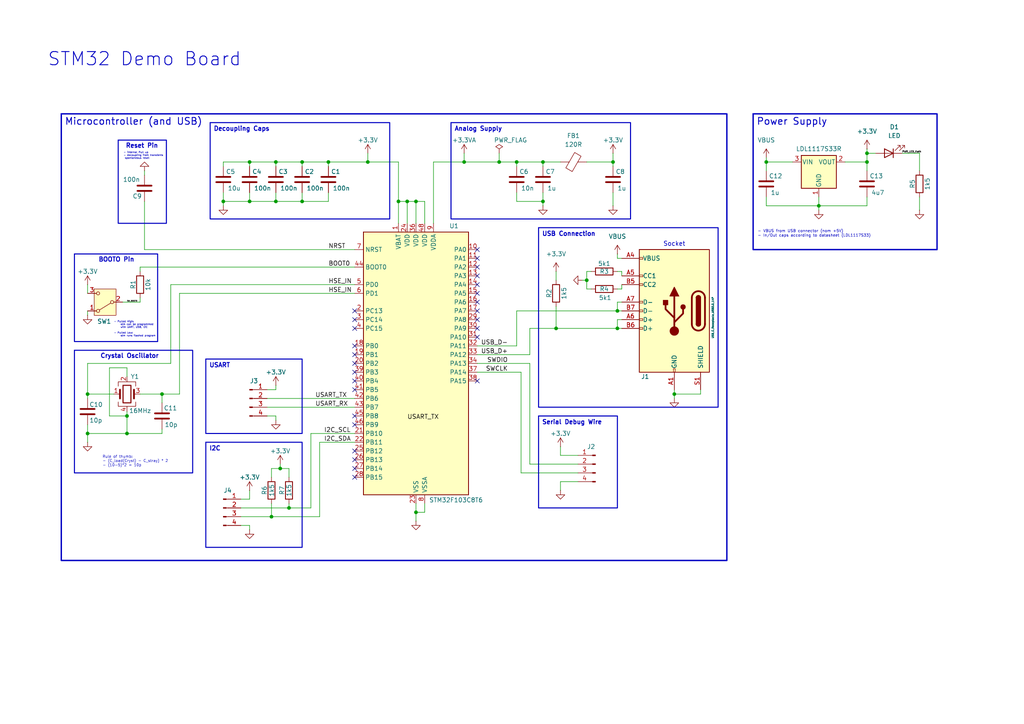
<source format=kicad_sch>
(kicad_sch (version 20250114) (generator "eeschema") (generator_version "9.0")
  (paper "A4")
  (title_block (title "STM32_DEV_BOARD") (date "2025-03-30") (rev "Rev1") (comment 1 "Lukas Eppacher"))
  (lib_symbols
    (symbol "Connector:Conn_01x04_Pin" (pin_names (offset 1.016) (hide yes))
      (property "Reference" "J" (at 0 5.08 0))
      (property "Value" "Conn_01x04_Pin" (at 0 -7.62 0))
      (symbol "Conn_01x04_Pin_1_1"
        (rectangle (start 0.8636 2.667) (end 0 2.413) (stroke (width 0.1524)) (fill (type outline)))
        (rectangle (start 0.8636 0.127) (end 0 -0.127) (stroke (width 0.1524)) (fill (type outline)))
        (rectangle (start 0.8636 -2.413) (end 0 -2.667) (stroke (width 0.1524)) (fill (type outline)))
        (rectangle (start 0.8636 -4.953) (end 0 -5.207) (stroke (width 0.1524)) (fill (type outline)))
        (polyline (pts (xy 1.27 2.54) (xy 0.8636 2.54)) (stroke (width 0.1524)))
        (polyline (pts (xy 1.27 0) (xy 0.8636 0)) (stroke (width 0.1524)))
        (polyline (pts (xy 1.27 -2.54) (xy 0.8636 -2.54)) (stroke (width 0.1524)))
        (polyline (pts (xy 1.27 -5.08) (xy 0.8636 -5.08)) (stroke (width 0.1524)))
        (pin passive line (at 5.08 2.54 180) (length 3.81) (name "Pin_1") (number "1"))
        (pin passive line (at 5.08 0 180) (length 3.81) (name "Pin_2") (number "2"))
        (pin passive line (at 5.08 -2.54 180) (length 3.81) (name "Pin_3") (number "3"))
        (pin passive line (at 5.08 -5.08 180) (length 3.81) (name "Pin_4") (number "4"))
      )
    )
    (symbol "Connector:USB_C_Receptacle_USB2.0_14P" (pin_names (offset 1.016))
      (property "Reference" "J" (at 0 22.225 0))
      (property "Value" "USB_C_Receptacle_USB2.0_14P" (at 0 19.685 0))
      (symbol "USB_C_Receptacle_USB2.0_14P_0_0"
        (rectangle (start -0.254 -17.78) (end 0.254 -16.764))
        (rectangle (start 10.16 15.494) (end 9.144 14.986))
        (rectangle (start 10.16 10.414) (end 9.144 9.906))
        (rectangle (start 10.16 7.874) (end 9.144 7.366))
        (rectangle (start 10.16 2.794) (end 9.144 2.286))
        (rectangle (start 10.16 0.254) (end 9.144 -0.254))
        (rectangle (start 10.16 -2.286) (end 9.144 -2.794))
        (rectangle (start 10.16 -4.826) (end 9.144 -5.334))
      )
      (symbol "USB_C_Receptacle_USB2.0_14P_0_1"
        (rectangle (start -10.16 17.78) (end 10.16 -17.78) (stroke (width 0.254)) (fill (type background)))
        (polyline (pts (xy -8.89 -3.81) (xy -8.89 3.81)) (stroke (width 0.508)))
        (rectangle (start -7.62 -3.81) (end -6.35 3.81) (stroke (width 0.254)) (fill (type outline)))
        (arc (start -7.62 3.81) (mid -6.985 4.4423) (end -6.35 3.81) (stroke (width 0.254)))
        (arc (start -7.62 3.81) (mid -6.985 4.4423) (end -6.35 3.81) (stroke (width 0.254)) (fill (type outline)))
        (arc (start -8.89 3.81) (mid -6.985 5.7067) (end -5.08 3.81) (stroke (width 0.508)))
        (arc (start -5.08 -3.81) (mid -6.985 -5.7067) (end -8.89 -3.81) (stroke (width 0.508)))
        (arc (start -6.35 -3.81) (mid -6.985 -4.4423) (end -7.62 -3.81) (stroke (width 0.254)))
        (arc (start -6.35 -3.81) (mid -6.985 -4.4423) (end -7.62 -3.81) (stroke (width 0.254)) (fill (type outline)))
        (polyline (pts (xy -5.08 3.81) (xy -5.08 -3.81)) (stroke (width 0.508)))
        (circle (center -2.54 1.143) (radius 0.635) (stroke (width 0.254)) (fill (type outline)))
        (polyline (pts (xy -1.27 4.318) (xy 0 6.858) (xy 1.27 4.318) (xy -1.27 4.318)) (stroke (width 0.254)) (fill (type outline)))
        (polyline (pts (xy 0 -2.032) (xy 2.54 0.508) (xy 2.54 1.778)) (stroke (width 0.508)))
        (polyline (pts (xy 0 -3.302) (xy -2.54 -0.762) (xy -2.54 0.508)) (stroke (width 0.508)))
        (polyline (pts (xy 0 -5.842) (xy 0 4.318)) (stroke (width 0.508)))
        (circle (center 0 -5.842) (radius 1.27) (fill (type outline)))
        (rectangle (start 1.905 1.778) (end 3.175 3.048) (stroke (width 0.254)) (fill (type outline)))
      )
      (symbol "USB_C_Receptacle_USB2.0_14P_1_1"
        (pin passive line (at -7.62 -22.86 90) (length 5.08) (name "SHIELD") (number "S1"))
        (pin passive line (at 0 -22.86 90) (length 5.08) (name "GND") (number "A1"))
        (pin passive line (at 0 -22.86 90) (length 5.08) (hide yes) (name "GND") (number "A12"))
        (pin passive line (at 0 -22.86 90) (length 5.08) (hide yes) (name "GND") (number "B1"))
        (pin passive line (at 0 -22.86 90) (length 5.08) (hide yes) (name "GND") (number "B12"))
        (pin passive line (at 15.24 15.24 180) (length 5.08) (name "VBUS") (number "A4"))
        (pin passive line (at 15.24 15.24 180) (length 5.08) (hide yes) (name "VBUS") (number "A9"))
        (pin passive line (at 15.24 15.24 180) (length 5.08) (hide yes) (name "VBUS") (number "B4"))
        (pin passive line (at 15.24 15.24 180) (length 5.08) (hide yes) (name "VBUS") (number "B9"))
        (pin bidirectional line (at 15.24 10.16 180) (length 5.08) (name "CC1") (number "A5"))
        (pin bidirectional line (at 15.24 7.62 180) (length 5.08) (name "CC2") (number "B5"))
        (pin bidirectional line (at 15.24 2.54 180) (length 5.08) (name "D-") (number "A7"))
        (pin bidirectional line (at 15.24 0 180) (length 5.08) (name "D-") (number "B7"))
        (pin bidirectional line (at 15.24 -2.54 180) (length 5.08) (name "D+") (number "A6"))
        (pin bidirectional line (at 15.24 -5.08 180) (length 5.08) (name "D+") (number "B6"))
      )
    )
    (symbol "Device:C" (pin_numbers (hide yes)) (pin_names (offset 0.254))
      (property "Reference" "C" (at 0.635 2.54 0))
      (property "Value" "C" (at 0.635 -2.54 0))
      (symbol "C_0_1"
        (polyline (pts (xy -2.032 0.762) (xy 2.032 0.762)) (stroke (width 0.508)))
        (polyline (pts (xy -2.032 -0.762) (xy 2.032 -0.762)) (stroke (width 0.508)))
      )
      (symbol "C_1_1"
        (pin passive line (at 0 3.81 270) (length 2.794) (name "~") (number "1"))
        (pin passive line (at 0 -3.81 90) (length 2.794) (name "~") (number "2"))
      )
    )
    (symbol "Device:Crystal_GND24" (pin_names (offset 1.016) (hide yes))
      (property "Reference" "Y" (at 3.175 5.08 0))
      (property "Value" "Crystal_GND24" (at 3.175 3.175 0))
      (symbol "Crystal_GND24_0_1"
        (polyline (pts (xy -2.54 2.286) (xy -2.54 3.556) (xy 2.54 3.556) (xy 2.54 2.286)))
        (polyline (pts (xy -2.54 0) (xy -2.032 0)))
        (polyline (pts (xy -2.54 -2.286) (xy -2.54 -3.556) (xy 2.54 -3.556) (xy 2.54 -2.286)))
        (polyline (pts (xy -2.032 -1.27) (xy -2.032 1.27)) (stroke (width 0.508)))
        (rectangle (start -1.143 2.54) (end 1.143 -2.54) (stroke (width 0.3048)))
        (polyline (pts (xy 0 3.556) (xy 0 3.81)))
        (polyline (pts (xy 0 -3.81) (xy 0 -3.556)))
        (polyline (pts (xy 2.032 0) (xy 2.54 0)))
        (polyline (pts (xy 2.032 -1.27) (xy 2.032 1.27)) (stroke (width 0.508)))
      )
      (symbol "Crystal_GND24_1_1"
        (pin passive line (at -3.81 0 0) (length 1.27) (name "1") (number "1"))
        (pin passive line (at 0 5.08 270) (length 1.27) (name "2") (number "2"))
        (pin passive line (at 0 -5.08 90) (length 1.27) (name "4") (number "4"))
        (pin passive line (at 3.81 0 180) (length 1.27) (name "3") (number "3"))
      )
    )
    (symbol "Device:FerriteBead" (pin_numbers (hide yes)) (pin_names (offset 0))
      (property "Reference" "FB" (at -3.81 0.635 90))
      (property "Value" "FerriteBead" (at 3.81 0 90))
      (symbol "FerriteBead_0_1"
        (polyline (pts (xy -2.7686 0.4064) (xy -1.7018 2.2606) (xy 2.7686 -0.3048) (xy 1.6764 -2.159) (xy -2.7686 0.4064)))
        (polyline (pts (xy 0 1.27) (xy 0 1.2954)))
        (polyline (pts (xy 0 -1.27) (xy 0 -1.2192)))
      )
      (symbol "FerriteBead_1_1"
        (pin passive line (at 0 3.81 270) (length 2.54) (name "~") (number "1"))
        (pin passive line (at 0 -3.81 90) (length 2.54) (name "~") (number "2"))
      )
    )
    (symbol "Device:LED" (pin_numbers (hide yes)) (pin_names (offset 1.016) (hide yes))
      (property "Reference" "D" (at 0 2.54 0))
      (property "Value" "LED" (at 0 -2.54 0))
      (symbol "LED_0_1"
        (polyline (pts (xy -3.048 -0.762) (xy -4.572 -2.286) (xy -3.81 -2.286) (xy -4.572 -2.286) (xy -4.572 -1.524)))
        (polyline (pts (xy -1.778 -0.762) (xy -3.302 -2.286) (xy -2.54 -2.286) (xy -3.302 -2.286) (xy -3.302 -1.524)))
        (polyline (pts (xy -1.27 0) (xy 1.27 0)))
        (polyline (pts (xy -1.27 -1.27) (xy -1.27 1.27)) (stroke (width 0.254)))
        (polyline (pts (xy 1.27 -1.27) (xy 1.27 1.27) (xy -1.27 0) (xy 1.27 -1.27)) (stroke (width 0.254)))
      )
      (symbol "LED_1_1"
        (pin passive line (at -3.81 0 0) (length 2.54) (name "K") (number "1"))
        (pin passive line (at 3.81 0 180) (length 2.54) (name "A") (number "2"))
      )
    )
    (symbol "Device:R" (pin_numbers (hide yes)) (pin_names (offset 0))
      (property "Reference" "R" (at 2.032 0 90))
      (property "Value" "R" (at 0 0 90))
      (symbol "R_0_1"
        (rectangle (start -1.016 -2.54) (end 1.016 2.54) (stroke (width 0.254)))
      )
      (symbol "R_1_1"
        (pin passive line (at 0 3.81 270) (length 1.27) (name "~") (number "1"))
        (pin passive line (at 0 -3.81 90) (length 1.27) (name "~") (number "2"))
      )
    )
    (symbol "MCU_ST_STM32F1:STM32F103C8Tx"
      (property "Reference" "U" (at -15.24 39.37 0))
      (property "Value" "STM32F103C8Tx" (at 7.62 39.37 0))
      (symbol "STM32F103C8Tx_0_1"
        (rectangle (start -15.24 -38.1) (end 15.24 38.1) (stroke (width 0.254)) (fill (type background)))
      )
      (symbol "STM32F103C8Tx_1_1"
        (pin input line (at -17.78 33.02 0) (length 2.54) (name "NRST") (number "7"))
        (pin input line (at -17.78 27.94 0) (length 2.54) (name "BOOT0") (number "44"))
        (pin bidirectional line (at -17.78 22.86 0) (length 2.54) (name "PD0") (number "5"))
        (pin bidirectional line (at -17.78 20.32 0) (length 2.54) (name "PD1") (number "6"))
        (pin bidirectional line (at -17.78 15.24 0) (length 2.54) (name "PC13") (number "2"))
        (pin bidirectional line (at -17.78 12.7 0) (length 2.54) (name "PC14") (number "3"))
        (pin bidirectional line (at -17.78 10.16 0) (length 2.54) (name "PC15") (number "4"))
        (pin bidirectional line (at -17.78 5.08 0) (length 2.54) (name "PB0") (number "18"))
        (pin bidirectional line (at -17.78 2.54 0) (length 2.54) (name "PB1") (number "19"))
        (pin bidirectional line (at -17.78 0 0) (length 2.54) (name "PB2") (number "20"))
        (pin bidirectional line (at -17.78 -2.54 0) (length 2.54) (name "PB3") (number "39"))
        (pin bidirectional line (at -17.78 -5.08 0) (length 2.54) (name "PB4") (number "40"))
        (pin bidirectional line (at -17.78 -7.62 0) (length 2.54) (name "PB5") (number "41"))
        (pin bidirectional line (at -17.78 -10.16 0) (length 2.54) (name "PB6") (number "42"))
        (pin bidirectional line (at -17.78 -12.7 0) (length 2.54) (name "PB7") (number "43"))
        (pin bidirectional line (at -17.78 -15.24 0) (length 2.54) (name "PB8") (number "45"))
        (pin bidirectional line (at -17.78 -17.78 0) (length 2.54) (name "PB9") (number "46"))
        (pin bidirectional line (at -17.78 -20.32 0) (length 2.54) (name "PB10") (number "21"))
        (pin bidirectional line (at -17.78 -22.86 0) (length 2.54) (name "PB11") (number "22"))
        (pin bidirectional line (at -17.78 -25.4 0) (length 2.54) (name "PB12") (number "25"))
        (pin bidirectional line (at -17.78 -27.94 0) (length 2.54) (name "PB13") (number "26"))
        (pin bidirectional line (at -17.78 -30.48 0) (length 2.54) (name "PB14") (number "27"))
        (pin bidirectional line (at -17.78 -33.02 0) (length 2.54) (name "PB15") (number "28"))
        (pin power_in line (at -5.08 40.64 270) (length 2.54) (name "VBAT") (number "1"))
        (pin power_in line (at -2.54 40.64 270) (length 2.54) (name "VDD") (number "24"))
        (pin power_in line (at 0 40.64 270) (length 2.54) (name "VDD") (number "36"))
        (pin power_in line (at 0 -40.64 90) (length 2.54) (name "VSS") (number "23"))
        (pin passive line (at 0 -40.64 90) (length 2.54) (hide yes) (name "VSS") (number "35"))
        (pin passive line (at 0 -40.64 90) (length 2.54) (hide yes) (name "VSS") (number "47"))
        (pin power_in line (at 2.54 40.64 270) (length 2.54) (name "VDD") (number "48"))
        (pin power_in line (at 2.54 -40.64 90) (length 2.54) (name "VSSA") (number "8"))
        (pin power_in line (at 5.08 40.64 270) (length 2.54) (name "VDDA") (number "9"))
        (pin bidirectional line (at 17.78 33.02 180) (length 2.54) (name "PA0") (number "10"))
        (pin bidirectional line (at 17.78 30.48 180) (length 2.54) (name "PA1") (number "11"))
        (pin bidirectional line (at 17.78 27.94 180) (length 2.54) (name "PA2") (number "12"))
        (pin bidirectional line (at 17.78 25.4 180) (length 2.54) (name "PA3") (number "13"))
        (pin bidirectional line (at 17.78 22.86 180) (length 2.54) (name "PA4") (number "14"))
        (pin bidirectional line (at 17.78 20.32 180) (length 2.54) (name "PA5") (number "15"))
        (pin bidirectional line (at 17.78 17.78 180) (length 2.54) (name "PA6") (number "16"))
        (pin bidirectional line (at 17.78 15.24 180) (length 2.54) (name "PA7") (number "17"))
        (pin bidirectional line (at 17.78 12.7 180) (length 2.54) (name "PA8") (number "29"))
        (pin bidirectional line (at 17.78 10.16 180) (length 2.54) (name "PA9") (number "30"))
        (pin bidirectional line (at 17.78 7.62 180) (length 2.54) (name "PA10") (number "31"))
        (pin bidirectional line (at 17.78 5.08 180) (length 2.54) (name "PA11") (number "32"))
        (pin bidirectional line (at 17.78 2.54 180) (length 2.54) (name "PA12") (number "33"))
        (pin bidirectional line (at 17.78 0 180) (length 2.54) (name "PA13") (number "34"))
        (pin bidirectional line (at 17.78 -2.54 180) (length 2.54) (name "PA14") (number "37"))
        (pin bidirectional line (at 17.78 -5.08 180) (length 2.54) (name "PA15") (number "38"))
      )
    )
    (symbol "Switch:SW_SPDT" (pin_names (offset 0) (hide yes))
      (property "Reference" "SW" (at 0 5.08 0))
      (property "Value" "SW_SPDT" (at 0 -5.08 0))
      (symbol "SW_SPDT_0_1"
        (circle (center -2.032 0) (radius 0.4572))
        (polyline (pts (xy -1.651 0.254) (xy 1.651 2.286)))
        (circle (center 2.032 2.54) (radius 0.4572))
        (circle (center 2.032 -2.54) (radius 0.4572))
      )
      (symbol "SW_SPDT_1_1"
        (rectangle (start -3.175 3.81) (end 3.175 -3.81) (fill (type background)))
        (pin passive line (at -5.08 0 0) (length 2.54) (name "B") (number "2"))
        (pin passive line (at 5.08 2.54 180) (length 2.54) (name "A") (number "1"))
        (pin passive line (at 5.08 -2.54 180) (length 2.54) (name "C") (number "3"))
      )
    )
    (symbol "ctm:LDL1117S33R" (pin_names (offset 0.254))
      (property "Reference" "U" (at -5.08 5.715 0))
      (property "Value" "LDL1117S33R" (at 0 5.715 0))
      (symbol "LDL1117S33R_0_1"
        (rectangle (start -5.08 4.445) (end 5.08 -5.08) (stroke (width 0.254)) (fill (type background)))
      )
      (symbol "LDL1117S33R_1_1"
        (pin power_in line (at -7.62 2.54 0) (length 2.54) (name "VIN") (number "3"))
        (pin power_in line (at 0 -7.62 90) (length 2.54) (name "GND") (number "1"))
        (pin power_out line (at 7.62 2.54 180) (length 2.54) (name "VOUT") (number "2"))
      )
    )
    (symbol "power:+3.3V" (power) (pin_numbers (hide yes)) (pin_names (offset 0) (hide yes))
      (property "Value" "+3.3V" (at 0 3.556 0))
      (symbol "+3.3V_0_1"
        (polyline (pts (xy -0.762 1.27) (xy 0 2.54)))
        (polyline (pts (xy 0 2.54) (xy 0.762 1.27)))
        (polyline (pts (xy 0 0) (xy 0 2.54)))
      )
      (symbol "+3.3V_1_1"
        (pin power_in line (at 0 0 90) (length 0) (name "~") (number "1"))
      )
    )
    (symbol "power:+3.3VA" (power) (pin_numbers (hide yes)) (pin_names (offset 0) (hide yes))
      (property "Value" "+3.3VA" (at 0 3.556 0))
      (symbol "+3.3VA_0_1"
        (polyline (pts (xy -0.762 1.27) (xy 0 2.54)))
        (polyline (pts (xy 0 2.54) (xy 0.762 1.27)))
        (polyline (pts (xy 0 0) (xy 0 2.54)))
      )
      (symbol "+3.3VA_1_1"
        (pin power_in line (at 0 0 90) (length 0) (name "~") (number "1"))
      )
    )
    (symbol "power:GND" (power) (pin_numbers (hide yes)) (pin_names (offset 0) (hide yes))
      (property "Value" "GND" (at 0 -3.81 0))
      (symbol "GND_0_1"
        (polyline (pts (xy 0 0) (xy 0 -1.27) (xy 1.27 -1.27) (xy 0 -2.54) (xy -1.27 -1.27) (xy 0 -1.27)))
      )
      (symbol "GND_1_1"
        (pin power_in line (at 0 0 270) (length 0) (name "~") (number "1"))
      )
    )
    (symbol "power:PWR_FLAG" (power) (pin_numbers (hide yes)) (pin_names (offset 0) (hide yes))
      (property "Value" "PWR_FLAG" (at 0 3.81 0))
      (symbol "PWR_FLAG_0_0"
        (pin power_out line (at 0 0 90) (length 0) (name "~") (number "1"))
      )
      (symbol "PWR_FLAG_0_1"
        (polyline (pts (xy 0 0) (xy 0 1.27) (xy -1.016 1.905) (xy 0 2.54) (xy 1.016 1.905) (xy 0 1.27)))
      )
    )
    (symbol "power:VBUS" (power) (pin_numbers (hide yes)) (pin_names (offset 0) (hide yes))
      (property "Value" "VBUS" (at 0 3.556 0))
      (symbol "VBUS_0_1"
        (polyline (pts (xy -0.762 1.27) (xy 0 2.54)))
        (polyline (pts (xy 0 2.54) (xy 0.762 1.27)))
        (polyline (pts (xy 0 0) (xy 0 2.54)))
      )
      (symbol "VBUS_1_1"
        (pin power_in line (at 0 0 90) (length 0) (name "~") (number "1"))
      )
    )
  )
  (rectangle (start 21.59 101.6) (end 55.88 137.16) (stroke (width 0.3)))
  (rectangle (start 34.29 40.64) (end 48.26 64.77) (stroke (width 0.3)))
  (rectangle (start 21.59 73.66) (end 45.72 99.06) (stroke (width 0.3)))
  (text "- Pulled High:\n	stm can be programmed \n	with UART, USB, I2C\n\n- Pulled Low:\n	stm runs flashed program\n" (at 33.02 95.504 0) (effects (font (size 0.508 0.508) (thickness 0.0635)) (justify left)))
  (text "Rule of thumb:\n- (C_load(Cryst) - C_stray) * 2\n- (10-5)*2 = 10p" (at 29.718 133.858 0) (effects (font (size 0.762 0.762) (thickness 0.0635)) (justify left)))
  (text "- VBUS from USB connector (nom +5V)\n- In/Out caps according to datasheet (LDL1117S33)" (at 219.71 67.818 0) (effects (font (size 0.8 0.8) (thickness 0.1)) (justify left)))
  (text "STM32 Demo Board\n" (at 41.91 17.272 0) (effects (font (size 3.81 3.81) (thickness 0.254) (bold yes))))
  (text "Socket" (at 195.58 70.866 0) (effects (font (size 1.27 1.27) (thickness 0.1588))))
  (text "Reset Pin " (at 41.656 42.418 0) (effects (font (size 1.27 1.27) (thickness 0.254) (bold yes))))
  (text "- internal Pull up\n- decoupling from transients \n spontaneous reset" (at 35.814 45.212 0) (effects (font (size 0.508 0.508) (thickness 0.0635)) (justify left)))
  (text "BOOTO Pin\n" (at 33.782 75.438 0) (effects (font (size 1.27 1.27) (thickness 0.254) (bold yes))))
  (text "Crystal Oscillator" (at 37.592 103.378 0) (effects (font (size 1.27 1.27) (thickness 0.254) (bold yes))))
  (text_box "USART\n" (at 59.69 104.14 0) (size 27.94 21.59) (margins 0.9525 0.9525 0.9525 0.9525) (stroke (width 0.3)) (effects (font (size 1.27 1.27) (thickness 0.254) (bold yes)) (justify left top)))
  (text_box "Power Supply" (at 218.44 33.02 0) (size 53.34 39.37) (margins 0.9525 0.9525 0.9525 0.9525) (stroke (width 0.4)) (effects (font (size 2 2) (thickness 0.254) (bold yes)) (justify left top)))
  (text_box "I2C\n" (at 59.69 128.27 0) (size 27.94 30.48) (margins 0.9525 0.9525 0.9525 0.9525) (stroke (width 0.3)) (effects (font (size 1.27 1.27) (thickness 0.254) (bold yes)) (justify left top)))
  (text_box "USB Connection" (at 156.21 66.04 0) (size 52.07 52.07) (margins 0.9525 0.9525 0.9525 0.9525) (stroke (width 0.3)) (effects (font (size 1.27 1.27) (thickness 0.254) (bold yes)) (justify left top)))
  (text_box "Microcontroller (and USB)" (at 17.78 33.02 0) (size 193.04 129.54) (margins 0.9525 0.9525 0.9525 0.9525) (stroke (width 0.4)) (effects (font (size 2 2) (thickness 0.254) (bold yes)) (justify left top)))
  (text_box "Serial Debug Wire" (at 156.21 120.65 0) (size 22.86 26.67) (margins 0.9525 0.9525 0.9525 0.9525) (stroke (width 0.3)) (effects (font (size 1.27 1.27) (thickness 0.254) (bold yes)) (justify left top)))
  (text_box "Analog Supply" (at 130.81 35.56 0) (size 52.07 27.94) (margins 0.9525 0.9525 0.9525 0.9525) (stroke (width 0.3)) (effects (font (size 1.27 1.27) (thickness 0.254) (bold yes)) (justify left top)))
  (text_box "Decoupling Caps\n" (at 60.96 35.56 0) (size 52.07 27.94) (margins 0.9525 0.9525 0.9525 0.9525) (stroke (width 0.3)) (effects (font (size 1.27 1.27) (thickness 0.254) (bold yes)) (justify left top)))
  (junction (at 237.49 59.69))
  (junction (at 251.46 46.99))
  (junction (at 179.07 95.25))
  (junction (at 161.29 95.25))
  (junction (at 36.83 120.65))
  (junction (at 87.63 46.99))
  (junction (at 157.48 46.99))
  (junction (at 115.57 58.42))
  (junction (at 170.18 81.28))
  (junction (at 95.25 46.99))
  (junction (at 144.78 46.99))
  (junction (at 72.39 58.42))
  (junction (at 251.46 44.45))
  (junction (at 195.58 114.3))
  (junction (at 157.48 58.42))
  (junction (at 87.63 58.42))
  (junction (at 118.11 58.42))
  (junction (at 179.07 90.17))
  (junction (at 25.4 114.3))
  (junction (at 177.8 46.99))
  (junction (at 36.83 125.73))
  (junction (at 83.82 147.32))
  (junction (at 78.74 149.86))
  (junction (at 64.77 58.42))
  (junction (at 80.01 58.42))
  (junction (at 81.28 135.89))
  (junction (at 106.68 46.99))
  (junction (at 80.01 46.99))
  (junction (at 134.62 46.99))
  (junction (at 46.99 114.3))
  (junction (at 222.25 46.99))
  (junction (at 72.39 46.99))
  (junction (at 120.65 148.59))
  (junction (at 149.86 46.99))
  (junction (at 25.4 125.73))
  (junction (at 120.65 58.42))
  (no_connect (at 102.87 102.87))
  (no_connect (at 102.87 130.81))
  (no_connect (at 102.87 95.25))
  (no_connect (at 102.87 100.33))
  (no_connect (at 102.87 92.71))
  (no_connect (at 138.43 77.47))
  (no_connect (at 102.87 105.41))
  (no_connect (at 138.43 110.49))
  (no_connect (at 102.87 133.35))
  (no_connect (at 138.43 74.93))
  (no_connect (at 138.43 95.25))
  (no_connect (at 138.43 85.09))
  (no_connect (at 138.43 90.17))
  (no_connect (at 102.87 110.49))
  (no_connect (at 138.43 80.01))
  (no_connect (at 138.43 87.63))
  (no_connect (at 138.43 82.55))
  (no_connect (at 102.87 113.03))
  (no_connect (at 102.87 123.19))
  (no_connect (at 138.43 72.39))
  (no_connect (at 102.87 135.89))
  (no_connect (at 102.87 138.43))
  (no_connect (at 102.87 90.17))
  (no_connect (at 102.87 120.65))
  (no_connect (at 138.43 97.79))
  (no_connect (at 102.87 107.95))
  (no_connect (at 138.43 92.71))
  (wire (pts (xy 118.11 58.42) (xy 120.65 58.42)))
  (wire (pts (xy 138.43 107.95) (xy 151.13 107.95)))
  (wire (pts (xy 52.07 114.3) (xy 46.99 114.3)))
  (wire (pts (xy 179.07 73.66) (xy 179.07 74.93)))
  (wire (pts (xy 80.01 55.88) (xy 80.01 58.42)))
  (wire (pts (xy 49.53 82.55) (xy 49.53 105.41)))
  (wire (pts (xy 153.67 105.41) (xy 153.67 134.62)))
  (wire (pts (xy 25.4 114.3) (xy 25.4 115.57)))
  (wire (pts (xy 162.56 139.7) (xy 167.64 139.7)))
  (wire (pts (xy 170.18 78.74) (xy 171.45 78.74)))
  (wire (pts (xy 144.78 46.99) (xy 149.86 46.99)))
  (wire (pts (xy 151.13 137.16) (xy 167.64 137.16)))
  (wire (pts (xy 134.62 44.45) (xy 134.62 46.99)))
  (wire (pts (xy 40.64 77.47) (xy 40.64 78.74)))
  (wire (pts (xy 222.25 46.99) (xy 229.87 46.99)))
  (wire (pts (xy 245.11 46.99) (xy 251.46 46.99)))
  (wire (pts (xy 80.01 120.65) (xy 80.01 121.92)))
  (wire (pts (xy 25.4 123.19) (xy 25.4 125.73)))
  (wire (pts (xy 69.85 152.4) (xy 72.39 152.4)))
  (wire (pts (xy 266.7 44.45) (xy 266.7 49.53)))
  (wire (pts (xy 25.4 105.41) (xy 25.4 114.3)))
  (wire (pts (xy 151.13 107.95) (xy 151.13 137.16)))
  (wire (pts (xy 168.91 81.28) (xy 170.18 81.28)))
  (wire (pts (xy 180.34 78.74) (xy 180.34 80.01)))
  (wire (pts (xy 95.25 46.99) (xy 95.25 48.26)))
  (wire (pts (xy 69.85 149.86) (xy 78.74 149.86)))
  (wire (pts (xy 162.56 129.54) (xy 162.56 132.08)))
  (wire (pts (xy 157.48 46.99) (xy 162.56 46.99)))
  (wire (pts (xy 41.91 72.39) (xy 102.87 72.39)))
  (wire (pts (xy 149.86 46.99) (xy 157.48 46.99)))
  (wire (pts (xy 179.07 87.63) (xy 180.34 87.63)))
  (wire (pts (xy 64.77 46.99) (xy 72.39 46.99)))
  (wire (pts (xy 90.17 125.73) (xy 102.87 125.73)))
  (wire (pts (xy 64.77 58.42) (xy 72.39 58.42)))
  (wire (pts (xy 25.4 105.41) (xy 49.53 105.41)))
  (wire (pts (xy 120.65 148.59) (xy 120.65 146.05)))
  (wire (pts (xy 179.07 83.82) (xy 180.34 83.82)))
  (wire (pts (xy 177.8 55.88) (xy 177.8 59.69)))
  (wire (pts (xy 179.07 95.25) (xy 180.34 95.25)))
  (wire (pts (xy 179.07 90.17) (xy 180.34 90.17)))
  (wire (pts (xy 92.71 128.27) (xy 92.71 149.86)))
  (wire (pts (xy 80.01 111.76) (xy 80.01 113.03)))
  (wire (pts (xy 36.83 106.68) (xy 36.83 109.22)))
  (wire (pts (xy 149.86 90.17) (xy 179.07 90.17)))
  (wire (pts (xy 153.67 134.62) (xy 167.64 134.62)))
  (wire (pts (xy 49.53 82.55) (xy 102.87 82.55)))
  (wire (pts (xy 36.83 119.38) (xy 36.83 120.65)))
  (wire (pts (xy 161.29 95.25) (xy 179.07 95.25)))
  (wire (pts (xy 170.18 83.82) (xy 171.45 83.82)))
  (wire (pts (xy 95.25 46.99) (xy 106.68 46.99)))
  (wire (pts (xy 123.19 148.59) (xy 123.19 146.05)))
  (wire (pts (xy 25.4 82.55) (xy 25.4 85.09)))
  (wire (pts (xy 115.57 58.42) (xy 115.57 64.77)))
  (wire (pts (xy 153.67 102.87) (xy 138.43 102.87)))
  (wire (pts (xy 149.86 48.26) (xy 149.86 46.99)))
  (wire (pts (xy 222.25 45.72) (xy 222.25 46.99)))
  (wire (pts (xy 222.25 46.99) (xy 222.25 49.53)))
  (wire (pts (xy 120.65 58.42) (xy 120.65 64.77)))
  (wire (pts (xy 179.07 95.25) (xy 179.07 92.71)))
  (wire (pts (xy 95.25 55.88) (xy 95.25 58.42)))
  (wire (pts (xy 120.65 148.59) (xy 120.65 151.13)))
  (wire (pts (xy 90.17 125.73) (xy 90.17 147.32)))
  (wire (pts (xy 72.39 58.42) (xy 80.01 58.42)))
  (wire (pts (xy 77.47 120.65) (xy 80.01 120.65)))
  (wire (pts (xy 83.82 135.89) (xy 83.82 138.43)))
  (wire (pts (xy 195.58 114.3) (xy 195.58 115.57)))
  (wire (pts (xy 266.7 57.15) (xy 266.7 60.96)))
  (wire (pts (xy 195.58 113.03) (xy 195.58 114.3)))
  (wire (pts (xy 170.18 78.74) (xy 170.18 81.28)))
  (wire (pts (xy 237.49 57.15) (xy 237.49 59.69)))
  (wire (pts (xy 81.28 134.62) (xy 81.28 135.89)))
  (wire (pts (xy 78.74 146.05) (xy 78.74 149.86)))
  (wire (pts (xy 106.68 46.99) (xy 115.57 46.99)))
  (wire (pts (xy 80.01 46.99) (xy 80.01 48.26)))
  (wire (pts (xy 78.74 135.89) (xy 78.74 138.43)))
  (wire (pts (xy 77.47 115.57) (xy 102.87 115.57)))
  (wire (pts (xy 177.8 46.99) (xy 177.8 48.26)))
  (wire (pts (xy 25.4 125.73) (xy 25.4 128.27)))
  (wire (pts (xy 77.47 118.11) (xy 102.87 118.11)))
  (wire (pts (xy 87.63 46.99) (xy 87.63 48.26)))
  (wire (pts (xy 149.86 90.17) (xy 149.86 100.33)))
  (wire (pts (xy 46.99 116.84) (xy 46.99 114.3)))
  (wire (pts (xy 78.74 149.86) (xy 92.71 149.86)))
  (wire (pts (xy 92.71 128.27) (xy 102.87 128.27)))
  (wire (pts (xy 36.83 120.65) (xy 36.83 125.73)))
  (wire (pts (xy 35.56 87.63) (xy 40.64 87.63)))
  (wire (pts (xy 120.65 58.42) (xy 123.19 58.42)))
  (wire (pts (xy 179.07 87.63) (xy 179.07 90.17)))
  (wire (pts (xy 64.77 46.99) (xy 64.77 48.26)))
  (wire (pts (xy 69.85 144.78) (xy 72.39 144.78)))
  (wire (pts (xy 87.63 46.99) (xy 95.25 46.99)))
  (wire (pts (xy 170.18 81.28) (xy 170.18 83.82)))
  (wire (pts (xy 251.46 46.99) (xy 251.46 49.53)))
  (wire (pts (xy 125.73 46.99) (xy 134.62 46.99)))
  (wire (pts (xy 162.56 139.7) (xy 162.56 142.24)))
  (wire (pts (xy 52.07 85.09) (xy 52.07 114.3)))
  (wire (pts (xy 237.49 59.69) (xy 237.49 60.96)))
  (wire (pts (xy 31.75 120.65) (xy 36.83 120.65)))
  (wire (pts (xy 149.86 55.88) (xy 149.86 58.42)))
  (wire (pts (xy 25.4 125.73) (xy 36.83 125.73)))
  (wire (pts (xy 72.39 142.24) (xy 72.39 144.78)))
  (wire (pts (xy 123.19 58.42) (xy 123.19 64.77)))
  (wire (pts (xy 144.78 44.45) (xy 144.78 46.99)))
  (wire (pts (xy 87.63 58.42) (xy 95.25 58.42)))
  (wire (pts (xy 261.62 44.45) (xy 266.7 44.45)))
  (wire (pts (xy 179.07 74.93) (xy 180.34 74.93)))
  (wire (pts (xy 115.57 58.42) (xy 118.11 58.42)))
  (wire (pts (xy 115.57 46.99) (xy 115.57 58.42)))
  (wire (pts (xy 153.67 95.25) (xy 161.29 95.25)))
  (wire (pts (xy 25.4 90.17) (xy 25.4 91.44)))
  (wire (pts (xy 118.11 58.42) (xy 118.11 64.77)))
  (wire (pts (xy 83.82 146.05) (xy 83.82 147.32)))
  (wire (pts (xy 161.29 88.9) (xy 161.29 95.25)))
  (wire (pts (xy 40.64 77.47) (xy 102.87 77.47)))
  (wire (pts (xy 179.07 92.71) (xy 180.34 92.71)))
  (wire (pts (xy 157.48 55.88) (xy 157.48 58.42)))
  (wire (pts (xy 25.4 114.3) (xy 33.02 114.3)))
  (wire (pts (xy 161.29 78.74) (xy 161.29 81.28)))
  (wire (pts (xy 149.86 100.33) (xy 138.43 100.33)))
  (wire (pts (xy 106.68 44.45) (xy 106.68 46.99)))
  (wire (pts (xy 41.91 49.53) (xy 41.91 50.8)))
  (wire (pts (xy 177.8 44.45) (xy 177.8 46.99)))
  (wire (pts (xy 251.46 57.15) (xy 251.46 59.69)))
  (wire (pts (xy 69.85 147.32) (xy 83.82 147.32)))
  (wire (pts (xy 83.82 147.32) (xy 90.17 147.32)))
  (wire (pts (xy 138.43 105.41) (xy 153.67 105.41)))
  (wire (pts (xy 195.58 114.3) (xy 203.2 114.3)))
  (wire (pts (xy 31.75 106.68) (xy 36.83 106.68)))
  (wire (pts (xy 125.73 46.99) (xy 125.73 64.77)))
  (wire (pts (xy 149.86 58.42) (xy 157.48 58.42)))
  (wire (pts (xy 41.91 58.42) (xy 41.91 72.39)))
  (wire (pts (xy 162.56 132.08) (xy 167.64 132.08)))
  (wire (pts (xy 81.28 135.89) (xy 83.82 135.89)))
  (wire (pts (xy 222.25 57.15) (xy 222.25 59.69)))
  (wire (pts (xy 80.01 58.42) (xy 87.63 58.42)))
  (wire (pts (xy 120.65 148.59) (xy 123.19 148.59)))
  (wire (pts (xy 36.83 125.73) (xy 46.99 125.73)))
  (wire (pts (xy 72.39 152.4) (xy 72.39 153.67)))
  (wire (pts (xy 80.01 46.99) (xy 87.63 46.99)))
  (wire (pts (xy 157.48 58.42) (xy 157.48 59.69)))
  (wire (pts (xy 251.46 44.45) (xy 251.46 46.99)))
  (wire (pts (xy 251.46 44.45) (xy 254 44.45)))
  (wire (pts (xy 157.48 46.99) (xy 157.48 48.26)))
  (wire (pts (xy 72.39 46.99) (xy 80.01 46.99)))
  (wire (pts (xy 72.39 46.99) (xy 72.39 48.26)))
  (wire (pts (xy 134.62 46.99) (xy 144.78 46.99)))
  (wire (pts (xy 251.46 43.18) (xy 251.46 44.45)))
  (wire (pts (xy 78.74 135.89) (xy 81.28 135.89)))
  (wire (pts (xy 77.47 113.03) (xy 80.01 113.03)))
  (wire (pts (xy 222.25 59.69) (xy 237.49 59.69)))
  (wire (pts (xy 64.77 58.42) (xy 64.77 59.69)))
  (wire (pts (xy 72.39 55.88) (xy 72.39 58.42)))
  (wire (pts (xy 180.34 83.82) (xy 180.34 82.55)))
  (wire (pts (xy 203.2 113.03) (xy 203.2 114.3)))
  (wire (pts (xy 170.18 46.99) (xy 177.8 46.99)))
  (wire (pts (xy 87.63 55.88) (xy 87.63 58.42)))
  (wire (pts (xy 31.75 106.68) (xy 31.75 120.65)))
  (wire (pts (xy 237.49 59.69) (xy 251.46 59.69)))
  (wire (pts (xy 153.67 95.25) (xy 153.67 102.87)))
  (wire (pts (xy 40.64 86.36) (xy 40.64 87.63)))
  (wire (pts (xy 52.07 85.09) (xy 102.87 85.09)))
  (wire (pts (xy 46.99 124.46) (xy 46.99 125.73)))
  (wire (pts (xy 40.64 114.3) (xy 46.99 114.3)))
  (wire (pts (xy 64.77 55.88) (xy 64.77 58.42)))
  (wire (pts (xy 179.07 78.74) (xy 180.34 78.74)))
  (label "HSE_IN" (at 95.25 85.09 0) (effects (font (thickness 0.1588))))
  (label "SW_BOOT0" (at 36.83 87.63 0) (effects (font (size 0.381 0.381) (thickness 0.254) (bold yes))))
  (label "USART_RX" (at 91.44 118.11 0))
  (label "NRST" (at 95.25 72.39 0))
  (label "HSE_IN" (at 95.25 82.55 0) (effects (font (thickness 0.1588))))
  (label "PWR_LED_Kath" (at 261.62 44.45 0) (effects (font (size 0.508 0.508) (thickness 0.254) (bold yes))))
  (label "USART_TX" (at 118.11 121.92 0))
  (label "BOOT0" (at 95.25 77.47 0) (effects (font (thickness 0.1588))))
  (label "I2C_SDA" (at 93.98 128.27 0))
  (label "USB_D+" (at 147.32 102.87 180) (effects (font (thickness 0.1588))))
  (label "USB_D-" (at 147.32 100.33 180) (effects (font (thickness 0.1588))))
  (label "USART_TX" (at 91.44 115.57 0))
  (label "SWCLK" (at 147.32 107.95 180) (effects (font (thickness 0.1588))))
  (label "I2C_SCL" (at 93.98 125.73 0))
  (label "SWDIO" (at 147.32 105.41 180) (effects (font (thickness 0.1588))))
  (symbol (lib_id "Device:C") (at 64.77 52.07 0) (unit 1)
    (property "Reference" "C5" (at 65.532 49.784 0) (effects (justify left)))
    (property "Value" "10u" (at 66.04 54.61 0) (effects (justify left)))
    (property "Description" "Unpolarized capacitor" (effects (hide yes)))
  )
  (symbol (lib_id "Device:C") (at 157.48 52.07 0) (unit 1)
    (property "Reference" "C7" (at 158.242 49.784 0) (effects (justify left)))
    (property "Value" "1u" (at 158.75 54.61 0) (effects (justify left)))
    (property "Description" "Unpolarized capacitor" (effects (hide yes)))
  )
  (symbol (lib_id "power:GND") (at 120.65 151.13 0) (unit 1)
    (property "Reference" "#PWR01" (effects (hide yes)))
    (property "Value" "GND" (effects (hide yes)))
    (property "Description" "Power symbol creates a global label with name \"GND\" , ground" (effects (hide yes)))
  )
  (symbol (lib_id "Device:C") (at 46.99 120.65 0) (unit 1)
    (property "Reference" "C11" (at 47.498 118.364 0) (effects (justify left)))
    (property "Value" "10p" (at 47.752 123.19 0) (effects (justify left)))
    (property "Description" "Unpolarized capacitor" (effects (hide yes)))
  )
  (symbol (lib_id "Device:R") (at 266.7 53.34 180) (unit 1)
    (property "Reference" "R5" (at 264.668 53.34 90))
    (property "Value" "1k5" (at 268.986 53.34 90))
    (property "Description" "Resistor" (effects (hide yes)))
  )
  (symbol (lib_id "power:PWR_FLAG") (at 144.78 44.45 0) (unit 1)
    (property "Reference" "#FLG01" (effects (hide yes)))
    (property "Value" "PWR_FLAG" (at 148.082 40.64 0))
    (property "Description" "Special symbol for telling ERC where power comes from" (effects (hide yes)))
  )
  (symbol (lib_id "Connector:USB_C_Receptacle_USB2.0_14P") (at 195.58 90.17 0) (mirror y) (unit 1)
    (property "Reference" "J1" (at 185.928 109.22 0) (effects (justify right)))
    (property "Value" "USB_C_Receptacle_USB2.0_14P" (at 206.756 86.106 90) (effects (font (size 0.508 0.508)) (justify right)))
    (property "Datasheet" "https://www.usb.org/sites/default/files/documents/usb_type-c.zip" (effects (hide yes)))
    (property "Description" "USB 2.0-only 14P Type-C Receptacle connector" (effects (hide yes)))
  )
  (symbol (lib_id "power:GND") (at 237.49 60.96 0) (unit 1)
    (property "Reference" "#PWR018" (effects (hide yes)))
    (property "Value" "GND" (effects (hide yes)))
    (property "Description" "Power symbol creates a global label with name \"GND\" , ground" (effects (hide yes)))
  )
  (symbol (lib_id "power:+3.3V") (at 72.39 142.24 0) (unit 1)
    (property "Reference" "#PWR025" (effects (hide yes)))
    (property "Value" "+3.3V" (at 72.39 138.43 0))
    (property "Description" "Power symbol creates a global label with name \"+3.3V\"" (effects (hide yes)))
  )
  (symbol (lib_id "Device:LED") (at 257.81 44.45 180) (unit 1)
    (property "Reference" "D1" (at 259.3975 36.83 0))
    (property "Value" "LED" (at 259.3975 39.37 0))
    (property "Description" "Light emitting diode" (effects (hide yes)))
    (property "Sim.Pins" "1=K 2=A" (effects (hide yes)))
  )
  (symbol (lib_id "Device:R") (at 83.82 142.24 180) (unit 1)
    (property "Reference" "R7" (at 81.788 142.24 90))
    (property "Value" "1k5" (at 83.82 142.24 90))
    (property "Description" "Resistor" (effects (hide yes)))
  )
  (symbol (lib_id "power:+3.3V") (at 161.29 78.74 0) (unit 1)
    (property "Reference" "#PWR014" (effects (hide yes)))
    (property "Value" "+3.3V" (at 161.29 73.66 0))
    (property "Description" "Power symbol creates a global label with name \"+3.3V\"" (effects (hide yes)))
  )
  (symbol (lib_id "Device:C") (at 87.63 52.07 0) (unit 1)
    (property "Reference" "C2" (at 88.392 49.784 0) (effects (justify left)))
    (property "Value" "100n" (at 88.9 54.61 0) (effects (justify left)))
    (property "Description" "Unpolarized capacitor" (effects (hide yes)))
  )
  (symbol (lib_id "ctm:LDL1117S33R") (at 237.49 49.53 0) (unit 1)
    (property "Reference" "U3" (effects (hide yes)))
    (property "Value" "LDL1117S33R" (at 237.49 43.18 0))
    (property "Footprint" "Package_TO_SOT_SMD:SOT-223-3_TabPin2" (effects (hide yes)))
    (property "Datasheet" "${KICAD_CTM}\\datasheets\\2259188.pdf" (effects (hide yes)))
    (property "Description" "low dropout linear regulator" (effects (hide yes)))
  )
  (symbol (lib_id "Device:C") (at 251.46 53.34 0) (unit 1)
    (property "Reference" "C13" (at 252.222 51.054 0) (effects (justify left)))
    (property "Value" "4u7" (at 252.73 55.88 0) (effects (justify left)))
    (property "Description" "Unpolarized capacitor" (effects (hide yes)))
  )
  (symbol (lib_id "Device:C") (at 80.01 52.07 0) (unit 1)
    (property "Reference" "C3" (at 80.772 49.784 0) (effects (justify left)))
    (property "Value" "100n" (at 81.28 54.61 0) (effects (justify left)))
    (property "Description" "Unpolarized capacitor" (effects (hide yes)))
  )
  (symbol (lib_id "power:GND") (at 64.77 59.69 0) (unit 1)
    (property "Reference" "#PWR03" (effects (hide yes)))
    (property "Value" "GND" (effects (hide yes)))
    (property "Description" "Power symbol creates a global label with name \"GND\" , ground" (effects (hide yes)))
  )
  (symbol (lib_id "Device:R") (at 175.26 83.82 270) (unit 1)
    (property "Reference" "R4" (at 175.26 83.82 90))
    (property "Value" "5k1" (at 175.514 86.36 90))
    (property "Description" "Resistor" (effects (hide yes)))
  )
  (symbol (lib_id "power:+3.3V") (at 106.68 44.45 0) (unit 1)
    (property "Reference" "#PWR02" (effects (hide yes)))
    (property "Value" "+3.3V" (at 106.68 40.64 0))
    (property "Description" "Power symbol creates a global label with name \"+3.3V\"" (effects (hide yes)))
  )
  (symbol (lib_id "Device:R") (at 40.64 82.55 180) (unit 1)
    (property "Reference" "R1" (at 38.608 82.55 90))
    (property "Value" "10k" (at 42.926 82.55 90))
    (property "Description" "Resistor" (effects (hide yes)))
  )
  (symbol (lib_id "power:+3.3V") (at 177.8 44.45 0) (unit 1)
    (property "Reference" "#PWR07" (effects (hide yes)))
    (property "Value" "+3.3V" (at 177.8 40.64 0))
    (property "Description" "Power symbol creates a global label with name \"+3.3V\"" (effects (hide yes)))
  )
  (symbol (lib_id "Device:C") (at 95.25 52.07 0) (unit 1)
    (property "Reference" "C1" (at 96.012 49.784 0) (effects (justify left)))
    (property "Value" "100n" (at 96.52 54.61 0) (effects (justify left)))
    (property "Description" "Unpolarized capacitor" (effects (hide yes)))
  )
  (symbol (lib_id "power:GND") (at 266.7 60.96 0) (unit 1)
    (property "Reference" "#PWR021" (effects (hide yes)))
    (property "Value" "GND" (effects (hide yes)))
    (property "Description" "Power symbol creates a global label with name \"GND\" , ground" (effects (hide yes)))
  )
  (symbol (lib_id "power:GND") (at 168.91 81.28 270) (unit 1)
    (property "Reference" "#PWR015" (effects (hide yes)))
    (property "Value" "GND" (effects (hide yes)))
    (property "Description" "Power symbol creates a global label with name \"GND\" , ground" (effects (hide yes)))
  )
  (symbol (lib_id "power:+3.3V") (at 80.01 111.76 0) (unit 1)
    (property "Reference" "#PWR024" (effects (hide yes)))
    (property "Value" "+3.3V" (at 80.01 107.95 0))
    (property "Description" "Power symbol creates a global label with name \"+3.3V\"" (effects (hide yes)))
  )
  (symbol (lib_id "power:VBUS") (at 179.07 73.66 0) (unit 1)
    (property "Reference" "#PWR013" (effects (hide yes)))
    (property "Value" "VBUS" (at 179.07 68.58 0))
    (property "Description" "Power symbol creates a global label with name \"VBUS\"" (effects (hide yes)))
  )
  (symbol (lib_id "Connector:Conn_01x04_Pin") (at 172.72 134.62 0) (mirror y) (unit 1)
    (property "Reference" "J2" (at 171.45 129.54 0))
    (property "Value" "Conn_01x04_Pin" (effects (hide yes)))
    (property "Description" "Generic connector, single row, 01x04, script generated" (effects (hide yes)))
  )
  (symbol (lib_id "Device:C") (at 25.4 119.38 0) (unit 1)
    (property "Reference" "C10" (at 25.908 117.348 0) (effects (justify left)))
    (property "Value" "10p" (at 25.908 121.92 0) (effects (justify left)))
    (property "Description" "Unpolarized capacitor" (effects (hide yes)))
  )
  (symbol (lib_id "Switch:SW_SPDT") (at 30.48 87.63 180) (unit 1)
    (property "Reference" "SW1" (at 30.226 93.218 0))
    (property "Value" "SW_SPDT" (effects (hide yes)))
    (property "Description" "Switch, single pole double throw" (effects (hide yes)))
  )
  (symbol (lib_id "Connector:Conn_01x04_Pin") (at 64.77 147.32 0) (unit 1)
    (property "Reference" "J4" (at 66.04 142.24 0))
    (property "Value" "Conn_01x04_Pin" (effects (hide yes)))
    (property "Description" "Generic connector, single row, 01x04, script generated" (effects (hide yes)))
  )
  (symbol (lib_id "power:+3.3V") (at 251.46 43.18 0) (unit 1)
    (property "Reference" "#PWR020" (effects (hide yes)))
    (property "Value" "+3.3V" (at 251.46 38.1 0))
    (property "Description" "Power symbol creates a global label with name \"+3.3V\"" (effects (hide yes)))
  )
  (symbol (lib_id "power:GND") (at 157.48 59.69 0) (unit 1)
    (property "Reference" "#PWR05" (effects (hide yes)))
    (property "Value" "GND" (effects (hide yes)))
    (property "Description" "Power symbol creates a global label with name \"GND\" , ground" (effects (hide yes)))
  )
  (symbol (lib_id "power:GND") (at 72.39 153.67 0) (unit 1)
    (property "Reference" "#PWR022" (effects (hide yes)))
    (property "Value" "GND" (effects (hide yes)))
    (property "Description" "Power symbol creates a global label with name \"GND\" , ground" (effects (hide yes)))
  )
  (symbol (lib_id "MCU_ST_STM32F1:STM32F103C8Tx") (at 120.65 105.41 0) (unit 1)
    (property "Reference" "U1" (at 130.302 65.532 0) (effects (justify left)))
    (property "Value" "STM32F103C8T6" (at 124.46 145.034 0) (effects (justify left)))
    (property "Footprint" "Package_QFP:LQFP-48_7x7mm_P0.5mm" (effects (hide yes)))
    (property "Datasheet" "https://www.st.com/resource/en/datasheet/stm32f103c8.pdf" (effects (hide yes)))
    (property "Description" "STMicroelectronics Arm Cortex-M3 MCU, 64KB flash, 20KB RAM, 72 MHz, 2.0-3.6V, 37 GPIO, LQFP48" (effects (hide yes)))
  )
  (symbol (lib_id "Device:R") (at 161.29 85.09 180) (unit 1)
    (property "Reference" "R2" (at 159.258 85.09 90))
    (property "Value" "1k5" (at 163.576 85.09 90))
    (property "Description" "Resistor" (effects (hide yes)))
  )
  (symbol (lib_id "power:GND") (at 80.01 121.92 0) (unit 1)
    (property "Reference" "#PWR023" (effects (hide yes)))
    (property "Value" "GND" (effects (hide yes)))
    (property "Description" "Power symbol creates a global label with name \"GND\" , ground" (effects (hide yes)))
  )
  (symbol (lib_id "power:+3.3V") (at 25.4 82.55 0) (unit 1)
    (property "Reference" "#PWR010" (effects (hide yes)))
    (property "Value" "+3.3V" (at 25.4 78.74 0))
    (property "Description" "Power symbol creates a global label with name \"+3.3V\"" (effects (hide yes)))
  )
  (symbol (lib_id "power:GND") (at 195.58 115.57 0) (unit 1)
    (property "Reference" "#PWR012" (effects (hide yes)))
    (property "Value" "GND" (effects (hide yes)))
    (property "Description" "Power symbol creates a global label with name \"GND\" , ground" (effects (hide yes)))
  )
  (symbol (lib_id "power:+3.3V") (at 81.28 134.62 0) (unit 1)
    (property "Reference" "#PWR026" (effects (hide yes)))
    (property "Value" "+3.3V" (at 81.28 130.81 0))
    (property "Description" "Power symbol creates a global label with name \"+3.3V\"" (effects (hide yes)))
  )
  (symbol (lib_id "Device:R") (at 78.74 142.24 180) (unit 1)
    (property "Reference" "R6" (at 76.708 142.24 90))
    (property "Value" "1k5" (at 78.8225 142.2537 90))
    (property "Description" "Resistor" (effects (hide yes)))
  )
  (symbol (lib_id "Device:FerriteBead") (at 166.37 46.99 90) (unit 1)
    (property "Reference" "FB1" (at 166.3192 39.37 90))
    (property "Value" "120R" (at 166.3192 41.91 90))
    (property "Description" "Ferrite bead" (effects (hide yes)))
  )
  (symbol (lib_id "Device:C") (at 177.8 52.07 0) (unit 1)
    (property "Reference" "C8" (at 178.562 49.784 0) (effects (justify left)))
    (property "Value" "1u" (at 179.07 54.61 0) (effects (justify left)))
    (property "Description" "Unpolarized capacitor" (effects (hide yes)))
  )
  (symbol (lib_id "power:GND") (at 177.8 59.69 0) (unit 1)
    (property "Reference" "#PWR06" (effects (hide yes)))
    (property "Value" "GND" (effects (hide yes)))
    (property "Description" "Power symbol creates a global label with name \"GND\" , ground" (effects (hide yes)))
  )
  (symbol (lib_id "Device:C") (at 41.91 54.61 180) (unit 1)
    (property "Reference" "C9" (at 41.148 56.896 0) (effects (justify left)))
    (property "Value" "100n" (at 40.64 52.07 0) (effects (justify left)))
    (property "Description" "Unpolarized capacitor" (effects (hide yes)))
  )
  (symbol (lib_id "Device:C") (at 222.25 53.34 0) (unit 1)
    (property "Reference" "C12" (at 223.012 51.054 0) (effects (justify left)))
    (property "Value" "1u" (at 223.52 55.88 0) (effects (justify left)))
    (property "Description" "Unpolarized capacitor" (effects (hide yes)))
  )
  (symbol (lib_id "power:+3.3VA") (at 134.62 44.45 0) (unit 1)
    (property "Reference" "#PWR04" (effects (hide yes)))
    (property "Value" "+3.3VA" (at 134.62 40.64 0))
    (property "Description" "Power symbol creates a global label with name \"+3.3VA\"" (effects (hide yes)))
  )
  (symbol (lib_id "Device:C") (at 72.39 52.07 0) (unit 1)
    (property "Reference" "C4" (at 73.152 49.784 0) (effects (justify left)))
    (property "Value" "100n" (at 73.66 54.61 0) (effects (justify left)))
    (property "Description" "Unpolarized capacitor" (effects (hide yes)))
  )
  (symbol (lib_id "power:GND") (at 162.56 142.24 0) (unit 1)
    (property "Reference" "#PWR017" (effects (hide yes)))
    (property "Value" "GND" (effects (hide yes)))
    (property "Description" "Power symbol creates a global label with name \"GND\" , ground" (effects (hide yes)))
  )
  (symbol (lib_id "Device:Crystal_GND24") (at 36.83 114.3 0) (unit 1)
    (property "Reference" "Y1" (at 39.116 109.22 0))
    (property "Value" "16MHz" (at 40.64 119.126 0))
    (property "Description" "Four pin crystal, GND on pins 2 and 4" (effects (hide yes)))
  )
  (symbol (lib_id "Connector:Conn_01x04_Pin") (at 72.39 115.57 0) (unit 1)
    (property "Reference" "J3" (at 73.66 110.49 0))
    (property "Value" "Conn_01x04_Pin" (effects (hide yes)))
    (property "Description" "Generic connector, single row, 01x04, script generated" (effects (hide yes)))
  )
  (symbol (lib_id "power:VBUS") (at 222.25 45.72 0) (unit 1)
    (property "Reference" "#PWR019" (effects (hide yes)))
    (property "Value" "VBUS" (at 222.25 40.64 0))
    (property "Description" "Power symbol creates a global label with name \"VBUS\"" (effects (hide yes)))
  )
  (symbol (lib_id "Device:R") (at 175.26 78.74 270) (unit 1)
    (property "Reference" "R3" (at 175.26 78.74 90))
    (property "Value" "5k1" (at 175.26 76.454 90))
    (property "Description" "Resistor" (effects (hide yes)))
  )
  (symbol (lib_id "power:GND") (at 41.91 49.53 180) (unit 1)
    (property "Reference" "#PWR08" (effects (hide yes)))
    (property "Value" "GND" (effects (hide yes)))
    (property "Description" "Power symbol creates a global label with name \"GND\" , ground" (effects (hide yes)))
  )
  (symbol (lib_id "power:GND") (at 25.4 91.44 0) (unit 1)
    (property "Reference" "#PWR09" (effects (hide yes)))
    (property "Value" "GND" (effects (hide yes)))
    (property "Description" "Power symbol creates a global label with name \"GND\" , ground" (effects (hide yes)))
  )
  (symbol (lib_id "power:+3.3V") (at 162.56 129.54 0) (unit 1)
    (property "Reference" "#PWR016" (effects (hide yes)))
    (property "Value" "+3.3V" (at 162.56 125.73 0))
    (property "Description" "Power symbol creates a global label with name \"+3.3V\"" (effects (hide yes)))
  )
  (symbol (lib_id "Device:C") (at 149.86 52.07 0) (unit 1)
    (property "Reference" "C6" (at 150.622 49.784 0) (effects (justify left)))
    (property "Value" "10n" (at 151.13 54.61 0) (effects (justify left)))
    (property "Description" "Unpolarized capacitor" (effects (hide yes)))
  )
  (symbol (lib_id "power:GND") (at 25.4 128.27 0) (unit 1)
    (property "Reference" "#PWR011" (effects (hide yes)))
    (property "Value" "GND" (effects (hide yes)))
    (property "Description" "Power symbol creates a global label with name \"GND\" , ground" (effects (hide yes)))
  )
)
</source>
